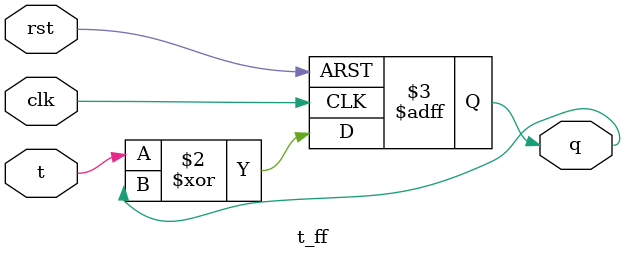
<source format=v>
module t_ff(
input t,clk,rst,
output reg q);
always @(posedge clk or posedge rst)
begin
if(rst)
q<=1'b0;
else
q<= t^q;
end
endmodule


</source>
